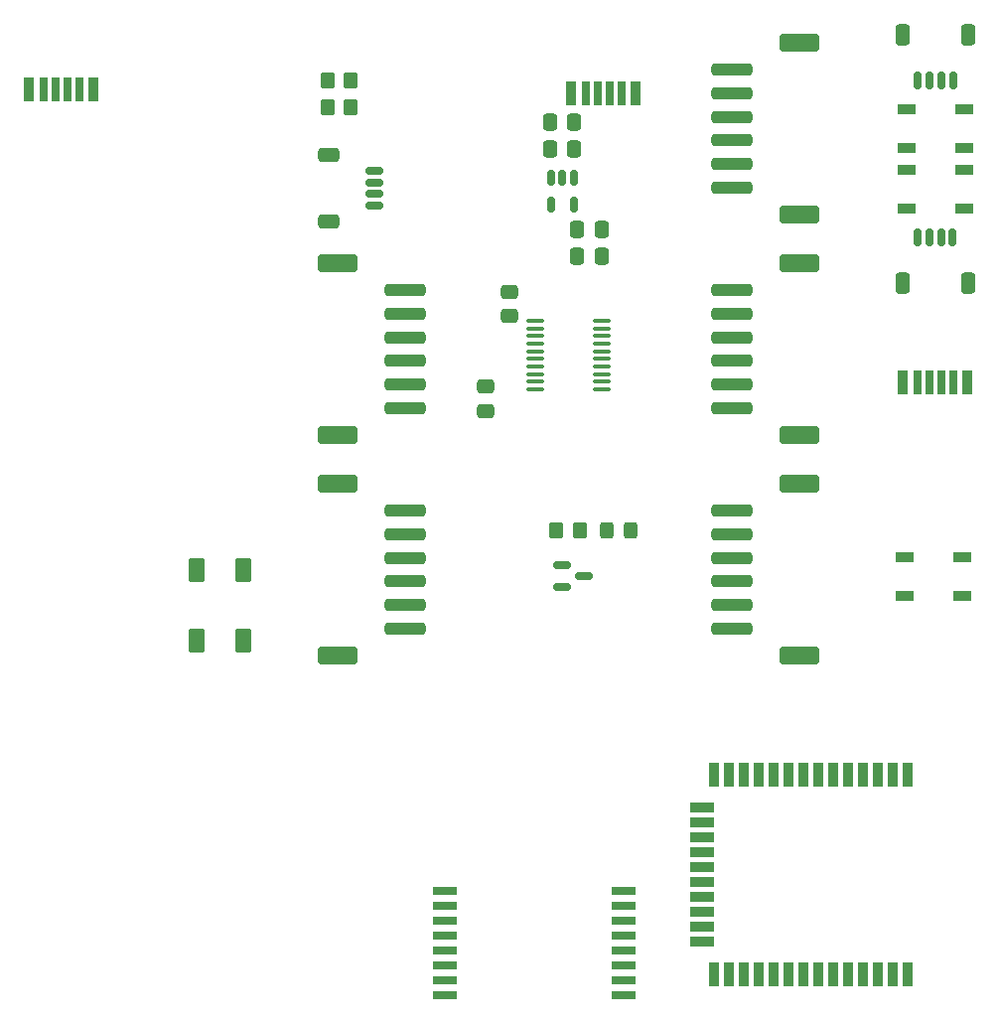
<source format=gtp>
%TF.GenerationSoftware,KiCad,Pcbnew,9.0.2*%
%TF.CreationDate,2025-06-27T09:15:38+02:00*%
%TF.ProjectId,led_driver_220v_p3,6c65645f-6472-4697-9665-725f32323076,rev?*%
%TF.SameCoordinates,Original*%
%TF.FileFunction,Paste,Top*%
%TF.FilePolarity,Positive*%
%FSLAX46Y46*%
G04 Gerber Fmt 4.6, Leading zero omitted, Abs format (unit mm)*
G04 Created by KiCad (PCBNEW 9.0.2) date 2025-06-27 09:15:38*
%MOMM*%
%LPD*%
G01*
G04 APERTURE LIST*
G04 Aperture macros list*
%AMRoundRect*
0 Rectangle with rounded corners*
0 $1 Rounding radius*
0 $2 $3 $4 $5 $6 $7 $8 $9 X,Y pos of 4 corners*
0 Add a 4 corners polygon primitive as box body*
4,1,4,$2,$3,$4,$5,$6,$7,$8,$9,$2,$3,0*
0 Add four circle primitives for the rounded corners*
1,1,$1+$1,$2,$3*
1,1,$1+$1,$4,$5*
1,1,$1+$1,$6,$7*
1,1,$1+$1,$8,$9*
0 Add four rect primitives between the rounded corners*
20,1,$1+$1,$2,$3,$4,$5,0*
20,1,$1+$1,$4,$5,$6,$7,0*
20,1,$1+$1,$6,$7,$8,$9,0*
20,1,$1+$1,$8,$9,$2,$3,0*%
G04 Aperture macros list end*
%ADD10R,2.000000X0.800000*%
%ADD11RoundRect,0.100000X-0.637500X-0.100000X0.637500X-0.100000X0.637500X0.100000X-0.637500X0.100000X0*%
%ADD12RoundRect,0.090000X-0.660000X-0.360000X0.660000X-0.360000X0.660000X0.360000X-0.660000X0.360000X0*%
%ADD13RoundRect,0.150000X-0.625000X0.150000X-0.625000X-0.150000X0.625000X-0.150000X0.625000X0.150000X0*%
%ADD14RoundRect,0.250000X-0.650000X0.350000X-0.650000X-0.350000X0.650000X-0.350000X0.650000X0.350000X0*%
%ADD15RoundRect,0.090000X0.660000X0.360000X-0.660000X0.360000X-0.660000X-0.360000X0.660000X-0.360000X0*%
%ADD16RoundRect,0.250000X1.500000X-0.250000X1.500000X0.250000X-1.500000X0.250000X-1.500000X-0.250000X0*%
%ADD17RoundRect,0.250001X1.449999X-0.499999X1.449999X0.499999X-1.449999X0.499999X-1.449999X-0.499999X0*%
%ADD18RoundRect,0.250000X-0.350000X-0.450000X0.350000X-0.450000X0.350000X0.450000X-0.350000X0.450000X0*%
%ADD19RoundRect,0.250000X-1.500000X0.250000X-1.500000X-0.250000X1.500000X-0.250000X1.500000X0.250000X0*%
%ADD20RoundRect,0.250001X-1.449999X0.499999X-1.449999X-0.499999X1.449999X-0.499999X1.449999X0.499999X0*%
%ADD21RoundRect,0.150000X-0.150000X0.512500X-0.150000X-0.512500X0.150000X-0.512500X0.150000X0.512500X0*%
%ADD22RoundRect,0.250000X0.475000X-0.337500X0.475000X0.337500X-0.475000X0.337500X-0.475000X-0.337500X0*%
%ADD23RoundRect,0.250000X0.337500X0.475000X-0.337500X0.475000X-0.337500X-0.475000X0.337500X-0.475000X0*%
%ADD24R,0.700000X2.000000*%
%ADD25R,0.800000X2.000000*%
%ADD26R,0.900000X2.000000*%
%ADD27RoundRect,0.250000X-0.475000X0.337500X-0.475000X-0.337500X0.475000X-0.337500X0.475000X0.337500X0*%
%ADD28R,2.000000X0.900000*%
%ADD29RoundRect,0.150000X-0.150000X-0.625000X0.150000X-0.625000X0.150000X0.625000X-0.150000X0.625000X0*%
%ADD30RoundRect,0.250000X-0.350000X-0.650000X0.350000X-0.650000X0.350000X0.650000X-0.350000X0.650000X0*%
%ADD31RoundRect,0.150000X0.150000X0.625000X-0.150000X0.625000X-0.150000X-0.625000X0.150000X-0.625000X0*%
%ADD32RoundRect,0.250000X0.350000X0.650000X-0.350000X0.650000X-0.350000X-0.650000X0.350000X-0.650000X0*%
%ADD33RoundRect,0.150000X-0.587500X-0.150000X0.587500X-0.150000X0.587500X0.150000X-0.587500X0.150000X0*%
%ADD34RoundRect,0.210000X0.490000X-0.790000X0.490000X0.790000X-0.490000X0.790000X-0.490000X-0.790000X0*%
%ADD35RoundRect,0.250000X-0.325000X-0.450000X0.325000X-0.450000X0.325000X0.450000X-0.325000X0.450000X0*%
G04 APERTURE END LIST*
D10*
%TO.C,U1*%
X116974800Y-123247600D03*
X116974800Y-121977600D03*
X116974800Y-120707600D03*
X116974800Y-119437600D03*
X116974800Y-118167600D03*
X116974800Y-116897600D03*
X116974800Y-115627600D03*
X116974800Y-114357600D03*
X101734800Y-114357600D03*
X101734800Y-115627600D03*
X101734800Y-116897600D03*
X101734800Y-118167600D03*
X101734800Y-119437600D03*
X101734800Y-120707600D03*
X101734800Y-121977600D03*
X101734800Y-123247600D03*
%TD*%
D11*
%TO.C,U2*%
X109367500Y-65777000D03*
X109367500Y-66427000D03*
X109367500Y-67077000D03*
X109367500Y-67727000D03*
X109367500Y-68377000D03*
X109367500Y-69027000D03*
X109367500Y-69677000D03*
X109367500Y-70327000D03*
X109367500Y-70977000D03*
X109367500Y-71627000D03*
X115092500Y-71627000D03*
X115092500Y-70977000D03*
X115092500Y-70327000D03*
X115092500Y-69677000D03*
X115092500Y-69027000D03*
X115092500Y-68377000D03*
X115092500Y-67727000D03*
X115092500Y-67077000D03*
X115092500Y-66427000D03*
X115092500Y-65777000D03*
%TD*%
D12*
%TO.C,D4*%
X141073000Y-47741000D03*
X141073000Y-51041000D03*
X145973000Y-51041000D03*
X145973000Y-47741000D03*
%TD*%
D13*
%TO.C,J3*%
X95688000Y-52978000D03*
X95688000Y-53978000D03*
X95688000Y-54978000D03*
X95688000Y-55978000D03*
D14*
X91813000Y-51678000D03*
X91813000Y-57278000D03*
%TD*%
D15*
%TO.C,D3*%
X145800000Y-89268000D03*
X145800000Y-85968000D03*
X140900000Y-85968000D03*
X140900000Y-89268000D03*
%TD*%
D16*
%TO.C,J7*%
X126144000Y-54398000D03*
X126144000Y-52398000D03*
X126144000Y-50398000D03*
X126144000Y-48398000D03*
X126144000Y-46398000D03*
X126144000Y-44398000D03*
D17*
X131894000Y-56748000D03*
X131894000Y-42048000D03*
%TD*%
D18*
%TO.C,R1*%
X91688000Y-47620000D03*
X93688000Y-47620000D03*
%TD*%
D19*
%TO.C,J6*%
X98316000Y-81990000D03*
X98316000Y-83990000D03*
X98316000Y-85990000D03*
X98316000Y-87990000D03*
X98316000Y-89990000D03*
X98316000Y-91990000D03*
D20*
X92566000Y-79640000D03*
X92566000Y-94340000D03*
%TD*%
D21*
%TO.C,U1*%
X112672000Y-53594500D03*
X111722000Y-53594500D03*
X110772000Y-53594500D03*
X110772000Y-55869500D03*
X112672000Y-55869500D03*
%TD*%
D22*
%TO.C,C5*%
X105189200Y-73473300D03*
X105189200Y-71398300D03*
%TD*%
D23*
%TO.C,C4*%
X115045500Y-60320000D03*
X112970500Y-60320000D03*
%TD*%
D24*
%TO.C,P3*%
X143023000Y-71022500D03*
D25*
X145043000Y-71022500D03*
D26*
X146273000Y-71022500D03*
D24*
X144023000Y-71022500D03*
D25*
X142003000Y-71022500D03*
D26*
X140773000Y-71022500D03*
%TD*%
D27*
%TO.C,C11*%
X107221200Y-63325000D03*
X107221200Y-65400000D03*
%TD*%
D16*
%TO.C,J5*%
X126144000Y-91990000D03*
X126144000Y-89990000D03*
X126144000Y-87990000D03*
X126144000Y-85990000D03*
X126144000Y-83990000D03*
X126144000Y-81990000D03*
D17*
X131894000Y-94340000D03*
X131894000Y-79640000D03*
%TD*%
D26*
%TO.C,U2*%
X141165000Y-104486000D03*
X139895000Y-104486000D03*
X138625000Y-104486000D03*
X137355000Y-104486000D03*
X136085000Y-104486000D03*
X134815000Y-104486000D03*
X133545000Y-104486000D03*
X132275000Y-104486000D03*
X131005000Y-104486000D03*
X129735000Y-104486000D03*
X128465000Y-104486000D03*
X127195000Y-104486000D03*
X125925000Y-104486000D03*
X124655000Y-104486000D03*
D28*
X123655000Y-107271000D03*
X123655000Y-108541000D03*
X123655000Y-109811000D03*
X123655000Y-111081000D03*
X123655000Y-112351000D03*
X123655000Y-113621000D03*
X123655000Y-114891000D03*
X123655000Y-116161000D03*
X123655000Y-117431000D03*
X123655000Y-118701000D03*
D26*
X124655000Y-121486000D03*
X125925000Y-121486000D03*
X127195000Y-121486000D03*
X128465000Y-121486000D03*
X129735000Y-121486000D03*
X131005000Y-121486000D03*
X132275000Y-121486000D03*
X133545000Y-121486000D03*
X134815000Y-121486000D03*
X136085000Y-121486000D03*
X137355000Y-121486000D03*
X138625000Y-121486000D03*
X139895000Y-121486000D03*
X141165000Y-121486000D03*
%TD*%
D16*
%TO.C,J4*%
X126144000Y-73194000D03*
X126144000Y-71194000D03*
X126144000Y-69194000D03*
X126144000Y-67194000D03*
X126144000Y-65194000D03*
X126144000Y-63194000D03*
D17*
X131894000Y-75544000D03*
X131894000Y-60844000D03*
%TD*%
D29*
%TO.C,J16*%
X142000000Y-58694000D03*
X143000000Y-58694000D03*
X144000000Y-58694000D03*
X145000000Y-58694000D03*
D30*
X140700000Y-62569000D03*
X146300000Y-62569000D03*
%TD*%
D23*
%TO.C,C2*%
X112738000Y-51176000D03*
X110663000Y-51176000D03*
%TD*%
%TO.C,C3*%
X115045500Y-58034000D03*
X112970500Y-58034000D03*
%TD*%
D24*
%TO.C,P1*%
X115734000Y-46435500D03*
D25*
X113714000Y-46435500D03*
D26*
X112484000Y-46435500D03*
D24*
X114734000Y-46435500D03*
D25*
X116754000Y-46435500D03*
D26*
X117984000Y-46435500D03*
%TD*%
D31*
%TO.C,J15*%
X145023000Y-45295000D03*
X144023000Y-45295000D03*
X143023000Y-45295000D03*
X142023000Y-45295000D03*
D32*
X146323000Y-41420000D03*
X140723000Y-41420000D03*
%TD*%
D33*
%TO.C,Q1*%
X111690000Y-86614000D03*
X111690000Y-88514000D03*
X113565000Y-87564000D03*
%TD*%
D24*
%TO.C,P2*%
X69499200Y-46029100D03*
D25*
X67479200Y-46029100D03*
D26*
X66249200Y-46029100D03*
D24*
X68499200Y-46029100D03*
D25*
X70519200Y-46029100D03*
D26*
X71749200Y-46029100D03*
%TD*%
D23*
%TO.C,C1*%
X112738000Y-48890000D03*
X110663000Y-48890000D03*
%TD*%
D18*
%TO.C,R2*%
X91672000Y-45334000D03*
X93672000Y-45334000D03*
%TD*%
%TO.C,R3*%
X111214000Y-83688000D03*
X113214000Y-83688000D03*
%TD*%
D34*
%TO.C,D2*%
X80512000Y-93013000D03*
X84512000Y-93013000D03*
X84512000Y-87063000D03*
X80512000Y-87063000D03*
%TD*%
D35*
%TO.C,D1*%
X115491000Y-83688000D03*
X117541000Y-83688000D03*
%TD*%
D19*
%TO.C,J2*%
X98316000Y-63194000D03*
X98316000Y-65194000D03*
X98316000Y-67194000D03*
X98316000Y-69194000D03*
X98316000Y-71194000D03*
X98316000Y-73194000D03*
D20*
X92566000Y-60844000D03*
X92566000Y-75544000D03*
%TD*%
D12*
%TO.C,D5*%
X141073000Y-52948000D03*
X141073000Y-56248000D03*
X145973000Y-56248000D03*
X145973000Y-52948000D03*
%TD*%
M02*

</source>
